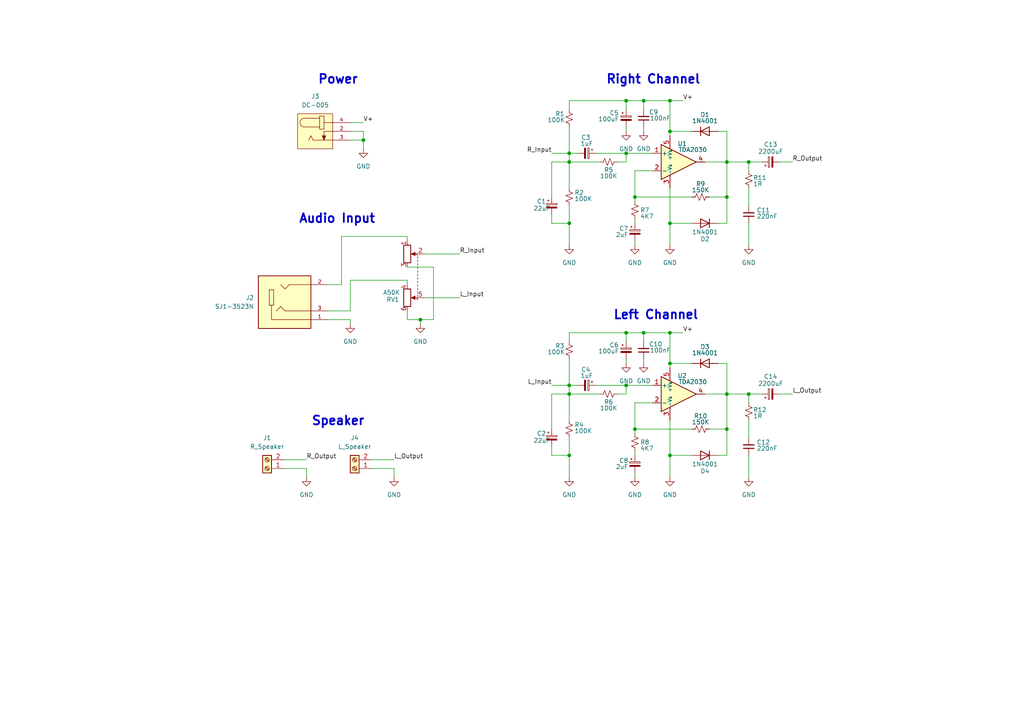
<source format=kicad_sch>
(kicad_sch (version 20231120) (generator "eeschema") (generator_version "8.0")
  (paper "A4")
  (title_block (title "Amplificador Stereo con TDA2030") (date "2024-09-10") (rev "V1.0") (company "Decima Enrique Emanuel"))
  (lib_symbols
    (symbol "Amplifier_Audio:TDA2030" (pin_names (offset 0.127))
      (property "Reference" "U" (at 3.81 6.35 0))
      (property "Value" "TDA2030" (at 3.81 3.81 0))
      (symbol "TDA2030_0_1"
        (polyline (pts (xy -5.08 5.08) (xy 5.08 0) (xy -5.08 -5.08) (xy -5.08 5.08)) (stroke (width 0.254)) (fill (type background)))
      )
      (symbol "TDA2030_1_1"
        (pin input line (at -7.62 2.54 0) (length 2.54) (name "+") (number "1"))
        (pin input line (at -7.62 -2.54 0) (length 2.54) (name "-") (number "2"))
        (pin power_in line (at -2.54 -7.62 90) (length 3.81) (name "-Vs") (number "3"))
        (pin output line (at 7.62 0 180) (length 2.54) (name "~") (number "4"))
        (pin power_in line (at -2.54 7.62 270) (length 3.81) (name "+Vs") (number "5"))
      )
    )
    (symbol "Connector:Screw_Terminal_01x02" (pin_names (offset 1.016) hide)
      (property "Reference" "J" (at 0 2.54 0))
      (property "Value" "Screw_Terminal_01x02" (at 0 -5.08 0))
      (symbol "Screw_Terminal_01x02_1_1"
        (rectangle (start -1.27 1.27) (end 1.27 -3.81) (stroke (width 0.254)) (fill (type background)))
        (circle (center 0 -2.54) (radius 0.635) (stroke (width 0.1524)))
        (polyline (pts (xy -0.5334 -2.2098) (xy 0.3302 -3.048)) (stroke (width 0.1524)))
        (polyline (pts (xy -0.5334 0.3302) (xy 0.3302 -0.508)) (stroke (width 0.1524)))
        (polyline (pts (xy -0.3556 -2.032) (xy 0.508 -2.8702)) (stroke (width 0.1524)))
        (polyline (pts (xy -0.3556 0.508) (xy 0.508 -0.3302)) (stroke (width 0.1524)))
        (circle (center 0 0) (radius 0.635) (stroke (width 0.1524)))
        (pin passive line (at -5.08 0 0) (length 3.81) (name "Pin_1") (number "1"))
        (pin passive line (at -5.08 -2.54 0) (length 3.81) (name "Pin_2") (number "2"))
      )
    )
    (symbol "DC-005:DC-005" (pin_names (offset 1.016))
      (property "Reference" "J" (at -5.0943 5.5976 0))
      (property "Value" "DC-005" (at -5.0995 -7.6398 0))
      (symbol "DC-005_0_0"
        (rectangle (start -5.08 -5.08) (end 5.08 5.08) (stroke (width 0.1524)) (fill (type background)))
        (arc (start -3.175 3.81) (mid -4.4394 2.54) (end -3.175 1.27) (stroke (width 0.1524)))
        (polyline (pts (xy -3.175 3.81) (xy 1.27 3.81)) (stroke (width 0.1524)))
        (polyline (pts (xy -1.27 -1.27) (xy -1.905 -2.54)) (stroke (width 0.1524)))
        (polyline (pts (xy -0.635 -2.54) (xy -1.27 -1.27)) (stroke (width 0.1524)))
        (polyline (pts (xy 1.27 0.635) (xy 2.54 0.635)) (stroke (width 0.1524)))
        (polyline (pts (xy 1.27 1.27) (xy -3.175 1.27)) (stroke (width 0.1524)))
        (polyline (pts (xy 1.27 1.27) (xy 1.27 0.635)) (stroke (width 0.1524)))
        (polyline (pts (xy 1.27 3.81) (xy 1.27 1.27)) (stroke (width 0.1524)))
        (polyline (pts (xy 1.27 4.445) (xy 1.27 3.81)) (stroke (width 0.1524)))
        (polyline (pts (xy 2.54 -2.54) (xy -0.635 -2.54)) (stroke (width 0.1524)))
        (polyline (pts (xy 2.54 -2.54) (xy 5.08 -2.54)) (stroke (width 0.1524)))
        (polyline (pts (xy 2.54 0) (xy 2.54 -2.54)) (stroke (width 0.1524)))
        (polyline (pts (xy 2.54 0) (xy 5.08 0)) (stroke (width 0.1524)))
        (polyline (pts (xy 2.54 0.635) (xy 2.54 2.54)) (stroke (width 0.1524)))
        (polyline (pts (xy 2.54 2.54) (xy 2.54 4.445)) (stroke (width 0.1524)))
        (polyline (pts (xy 2.54 2.54) (xy 5.08 2.54)) (stroke (width 0.1524)))
        (polyline (pts (xy 2.54 4.445) (xy 1.27 4.445)) (stroke (width 0.1524)))
        (polyline (pts (xy 2.54 -2.54) (xy 2.032 -1.27) (xy 3.048 -1.27) (xy 2.54 -2.54)) (stroke (width 0.1524)) (fill (type outline)))
        (pin passive line (at 10.16 0 180) (length 5.08) (name "~") (number "2"))
        (pin passive line (at 10.16 -2.54 180) (length 5.08) (name "~") (number "3"))
        (pin passive line (at 10.16 2.54 180) (length 5.08) (name "~") (number "4"))
      )
    )
    (symbol "Device:C_Polarized_Small" (pin_numbers hide) (pin_names (offset 0.254) hide)
      (property "Reference" "C" (at 0.254 1.778 0))
      (property "Value" "C_Polarized_Small" (at 0.254 -2.032 0))
      (symbol "C_Polarized_Small_0_1"
        (rectangle (start -1.524 -0.3048) (end 1.524 -0.6858) (fill (type outline)))
        (rectangle (start -1.524 0.6858) (end 1.524 0.3048))
        (polyline (pts (xy -1.27 1.524) (xy -0.762 1.524)))
        (polyline (pts (xy -1.016 1.27) (xy -1.016 1.778)))
      )
      (symbol "C_Polarized_Small_1_1"
        (pin passive line (at 0 2.54 270) (length 1.8542) (name "~") (number "1"))
        (pin passive line (at 0 -2.54 90) (length 1.8542) (name "~") (number "2"))
      )
    )
    (symbol "Device:C_Small" (pin_numbers hide) (pin_names (offset 0.254) hide)
      (property "Reference" "C" (at 0.254 1.778 0))
      (property "Value" "C_Small" (at 0.254 -2.032 0))
      (symbol "C_Small_0_1"
        (polyline (pts (xy -1.524 -0.508) (xy 1.524 -0.508)) (stroke (width 0.3302)))
        (polyline (pts (xy -1.524 0.508) (xy 1.524 0.508)) (stroke (width 0.3048)))
      )
      (symbol "C_Small_1_1"
        (pin passive line (at 0 2.54 270) (length 2.032) (name "~") (number "1"))
        (pin passive line (at 0 -2.54 90) (length 2.032) (name "~") (number "2"))
      )
    )
    (symbol "Device:R_Potentiometer_Dual" (pin_names (offset 1.016) hide)
      (property "Reference" "RV" (at 0 3.81 0))
      (property "Value" "R_Potentiometer_Dual" (at 0 1.905 0))
      (symbol "R_Potentiometer_Dual_0_1"
        (rectangle (start -8.89 -1.524) (end -3.81 -3.556) (stroke (width 0.254)))
        (polyline (pts (xy -6.35 0) (xy -6.35 -1.016)))
        (polyline (pts (xy -6.35 0) (xy -6.35 -1.016)))
        (polyline (pts (xy -6.35 0) (xy -5.842 0.508)))
        (polyline (pts (xy -5.588 0.508) (xy -5.08 0.508)))
        (polyline (pts (xy -4.572 0.508) (xy -4.064 0.508)))
        (polyline (pts (xy -3.556 0.508) (xy -3.048 0.508)))
        (polyline (pts (xy -2.54 0.508) (xy -2.032 0.508)))
        (polyline (pts (xy -1.524 0.508) (xy -1.016 0.508)))
        (polyline (pts (xy -0.508 0.508) (xy 0 0.508)))
        (polyline (pts (xy 0.508 0.508) (xy 1.016 0.508)))
        (polyline (pts (xy 1.524 0.508) (xy 2.032 0.508)))
        (polyline (pts (xy 2.54 0.508) (xy 3.048 0.508)))
        (polyline (pts (xy 3.556 0.508) (xy 4.064 0.508)))
        (polyline (pts (xy 4.572 0.508) (xy 5.08 0.508)))
        (polyline (pts (xy 5.588 0.508) (xy 6.096 0.508)))
        (polyline (pts (xy 6.35 0) (xy 6.35 -1.016)))
        (polyline (pts (xy 6.35 0) (xy 6.35 -1.016)))
        (polyline (pts (xy 6.604 0.508) (xy 6.858 0.508) (xy 6.35 0)))
        (polyline (pts (xy -6.35 -1.397) (xy -6.858 -0.254) (xy -5.842 -0.254) (xy -6.35 -1.397)) (fill (type outline)))
        (polyline (pts (xy 6.35 -1.397) (xy 5.842 -0.254) (xy 6.858 -0.254) (xy 6.35 -1.397)) (fill (type outline)))
        (rectangle (start 3.81 -1.524) (end 8.89 -3.556) (stroke (width 0.254)))
      )
      (symbol "R_Potentiometer_Dual_1_1"
        (pin passive line (at -10.16 -2.54 0) (length 1.27) (name "1") (number "1"))
        (pin passive line (at -6.35 2.54 270) (length 2.54) (name "2") (number "2"))
        (pin passive line (at -2.54 -2.54 180) (length 1.27) (name "3") (number "3"))
        (pin passive line (at 2.54 -2.54 0) (length 1.27) (name "4") (number "4"))
        (pin passive line (at 6.35 2.54 270) (length 2.54) (name "5") (number "5"))
        (pin passive line (at 10.16 -2.54 180) (length 1.27) (name "6") (number "6"))
      )
    )
    (symbol "Device:R_Small_US" (pin_numbers hide) (pin_names (offset 0.254) hide)
      (property "Reference" "R" (at 0.762 0.508 0))
      (property "Value" "R_Small_US" (at 0.762 -1.016 0))
      (symbol "R_Small_US_1_1"
        (polyline (pts (xy 0 0) (xy 1.016 -0.381) (xy 0 -0.762) (xy -1.016 -1.143) (xy 0 -1.524)))
        (polyline (pts (xy 0 1.524) (xy 1.016 1.143) (xy 0 0.762) (xy -1.016 0.381) (xy 0 0)))
        (pin passive line (at 0 2.54 270) (length 1.016) (name "~") (number "1"))
        (pin passive line (at 0 -2.54 90) (length 1.016) (name "~") (number "2"))
      )
    )
    (symbol "Diode:1N4001" (pin_numbers hide) (pin_names hide)
      (property "Reference" "D" (at 0 2.54 0))
      (property "Value" "1N4001" (at 0 -2.54 0))
      (symbol "1N4001_0_1"
        (polyline (pts (xy -1.27 1.27) (xy -1.27 -1.27)) (stroke (width 0.254)))
        (polyline (pts (xy 1.27 0) (xy -1.27 0)))
        (polyline (pts (xy 1.27 1.27) (xy 1.27 -1.27) (xy -1.27 0) (xy 1.27 1.27)) (stroke (width 0.254)))
      )
      (symbol "1N4001_1_1"
        (pin passive line (at -3.81 0 0) (length 2.54) (name "K") (number "1"))
        (pin passive line (at 3.81 0 180) (length 2.54) (name "A") (number "2"))
      )
    )
    (symbol "SJ1-3523N:SJ1-3523N" (pin_names (offset 1.016))
      (property "Reference" "J1" (at -8.89 -1.2701 0))
      (property "Value" "SJ1-3523N" (at -8.89 1.2699 0))
      (symbol "SJ1-3523N_0_0"
        (rectangle (start -7.62 7.62) (end 7.62 -7.62) (stroke (width 0.254)) (fill (type background)))
        (polyline (pts (xy -4.445 -3.556) (xy -4.445 0.889)) (stroke (width 0.1524)))
        (polyline (pts (xy -4.445 0.889) (xy -3.81 0.889)) (stroke (width 0.1524)))
        (polyline (pts (xy -3.81 0.889) (xy -3.175 0.889)) (stroke (width 0.1524)))
        (polyline (pts (xy -3.81 5.08) (xy -3.81 0.889)) (stroke (width 0.1524)))
        (polyline (pts (xy -3.175 -3.556) (xy -4.445 -3.556)) (stroke (width 0.1524)))
        (polyline (pts (xy -3.175 0.889) (xy -3.175 -3.556)) (stroke (width 0.1524)))
        (polyline (pts (xy -1.143 1.27) (xy -2.413 2.54)) (stroke (width 0.1524)))
        (polyline (pts (xy 0.127 -3.81) (xy -1.143 -5.08)) (stroke (width 0.1524)))
        (polyline (pts (xy 0.127 2.54) (xy -1.143 1.27)) (stroke (width 0.1524)))
        (polyline (pts (xy 1.397 -5.08) (xy 0.127 -3.81)) (stroke (width 0.1524)))
        (polyline (pts (xy 7.62 -5.08) (xy 1.397 -5.08)) (stroke (width 0.1524)))
        (polyline (pts (xy 7.62 2.54) (xy 0.127 2.54)) (stroke (width 0.1524)))
        (polyline (pts (xy 7.62 5.08) (xy -3.81 5.08)) (stroke (width 0.1524)))
        (pin passive line (at 12.7 5.08 180) (length 5.08) (name "~") (number "1"))
        (pin passive line (at 12.7 -5.08 180) (length 5.08) (name "~") (number "2"))
        (pin passive line (at 12.7 2.54 180) (length 5.08) (name "~") (number "3"))
      )
    )
    (symbol "power:GND" (power) (pin_numbers hide) (pin_names (offset 0) hide)
      (property "Value" "GND" (at 0 -3.81 0))
      (symbol "GND_0_1"
        (polyline (pts (xy 0 0) (xy 0 -1.27) (xy 1.27 -1.27) (xy 0 -2.54) (xy -1.27 -1.27) (xy 0 -1.27)))
      )
      (symbol "GND_1_1"
        (pin power_in line (at 0 0 270) (length 0) (name "~") (number "1"))
      )
    )
  )
  (junction (at 210.82 57.15))
  (junction (at 194.31 29.21))
  (junction (at 210.82 46.99))
  (junction (at 194.31 132.08))
  (junction (at 210.82 114.3))
  (junction (at 165.1 114.3))
  (junction (at 194.31 64.77))
  (junction (at 186.69 29.21))
  (junction (at 194.31 96.52))
  (junction (at 194.31 38.1))
  (junction (at 165.1 64.77))
  (junction (at 181.61 111.76))
  (junction (at 181.61 29.21))
  (junction (at 217.17 114.3))
  (junction (at 217.17 46.99))
  (junction (at 194.31 105.41))
  (junction (at 121.92 92.71))
  (junction (at 181.61 44.45))
  (junction (at 165.1 111.76))
  (junction (at 105.41 40.64))
  (junction (at 186.69 96.52))
  (junction (at 184.15 57.15))
  (junction (at 165.1 132.08))
  (junction (at 181.61 96.52))
  (junction (at 165.1 44.45))
  (junction (at 165.1 46.99))
  (junction (at 184.15 124.46))
  (junction (at 210.82 124.46))
  (wire (pts (xy 181.61 46.99) (xy 181.61 44.45)))
  (wire (pts (xy 184.15 57.15) (xy 200.66 57.15)))
  (wire (pts (xy 181.61 29.21) (xy 181.61 31.75)))
  (wire (pts (xy 204.47 114.3) (xy 210.82 114.3)))
  (wire (pts (xy 194.31 64.77) (xy 194.31 71.12)))
  (wire (pts (xy 186.69 96.52) (xy 194.31 96.52)))
  (wire (pts (xy 99.06 68.58) (xy 118.11 68.58)))
  (wire (pts (xy 160.02 114.3) (xy 165.1 114.3)))
  (wire (pts (xy 184.15 69.85) (xy 184.15 71.12)))
  (wire (pts (xy 165.1 96.52) (xy 181.61 96.52)))
  (wire (pts (xy 184.15 57.15) (xy 184.15 58.42)))
  (wire (pts (xy 210.82 114.3) (xy 210.82 124.46)))
  (wire (pts (xy 160.02 64.77) (xy 165.1 64.77)))
  (wire (pts (xy 107.95 133.35) (xy 114.3 133.35)))
  (wire (pts (xy 194.31 121.92) (xy 194.31 132.08)))
  (wire (pts (xy 165.1 64.77) (xy 165.1 71.12)))
  (wire (pts (xy 184.15 49.53) (xy 184.15 57.15)))
  (wire (pts (xy 95.25 92.71) (xy 101.6 92.71)))
  (wire (pts (xy 95.25 82.55) (xy 99.06 82.55)))
  (wire (pts (xy 210.82 38.1) (xy 208.28 38.1)))
  (wire (pts (xy 181.61 29.21) (xy 186.69 29.21)))
  (wire (pts (xy 186.69 96.52) (xy 186.69 99.06)))
  (wire (pts (xy 181.61 111.76) (xy 189.23 111.76)))
  (wire (pts (xy 186.69 104.14) (xy 186.69 105.41)))
  (wire (pts (xy 114.3 135.89) (xy 114.3 138.43)))
  (wire (pts (xy 165.1 36.83) (xy 165.1 44.45)))
  (wire (pts (xy 194.31 38.1) (xy 194.31 39.37)))
  (wire (pts (xy 101.6 40.64) (xy 105.41 40.64)))
  (wire (pts (xy 160.02 62.23) (xy 160.02 64.77)))
  (wire (pts (xy 165.1 44.45) (xy 167.64 44.45)))
  (wire (pts (xy 101.6 38.1) (xy 105.41 38.1)))
  (wire (pts (xy 125.73 77.47) (xy 125.73 92.71)))
  (wire (pts (xy 204.47 46.99) (xy 210.82 46.99)))
  (wire (pts (xy 118.11 68.58) (xy 118.11 69.85)))
  (wire (pts (xy 165.1 46.99) (xy 173.99 46.99)))
  (wire (pts (xy 101.6 92.71) (xy 101.6 93.98)))
  (wire (pts (xy 184.15 124.46) (xy 200.66 124.46)))
  (wire (pts (xy 210.82 124.46) (xy 210.82 132.08)))
  (wire (pts (xy 107.95 135.89) (xy 114.3 135.89)))
  (wire (pts (xy 165.1 114.3) (xy 165.1 111.76)))
  (wire (pts (xy 210.82 114.3) (xy 210.82 105.41)))
  (wire (pts (xy 165.1 59.69) (xy 165.1 64.77)))
  (wire (pts (xy 205.74 57.15) (xy 210.82 57.15)))
  (wire (pts (xy 118.11 77.47) (xy 125.73 77.47)))
  (wire (pts (xy 184.15 137.16) (xy 184.15 138.43)))
  (wire (pts (xy 179.07 114.3) (xy 181.61 114.3)))
  (wire (pts (xy 181.61 36.83) (xy 181.61 38.1)))
  (wire (pts (xy 217.17 54.61) (xy 217.17 59.69)))
  (wire (pts (xy 172.72 111.76) (xy 181.61 111.76)))
  (wire (pts (xy 118.11 81.28) (xy 101.6 81.28)))
  (wire (pts (xy 101.6 35.56) (xy 105.41 35.56)))
  (wire (pts (xy 194.31 105.41) (xy 194.31 106.68)))
  (wire (pts (xy 200.66 105.41) (xy 194.31 105.41)))
  (wire (pts (xy 208.28 64.77) (xy 210.82 64.77)))
  (wire (pts (xy 210.82 114.3) (xy 217.17 114.3)))
  (wire (pts (xy 172.72 44.45) (xy 181.61 44.45)))
  (wire (pts (xy 186.69 29.21) (xy 194.31 29.21)))
  (wire (pts (xy 186.69 36.83) (xy 186.69 38.1)))
  (wire (pts (xy 121.92 92.71) (xy 121.92 93.98)))
  (wire (pts (xy 217.17 132.08) (xy 217.17 138.43)))
  (wire (pts (xy 194.31 29.21) (xy 198.12 29.21)))
  (wire (pts (xy 165.1 132.08) (xy 165.1 138.43)))
  (wire (pts (xy 205.74 124.46) (xy 210.82 124.46)))
  (wire (pts (xy 99.06 68.58) (xy 99.06 82.55)))
  (wire (pts (xy 165.1 46.99) (xy 165.1 54.61)))
  (wire (pts (xy 208.28 132.08) (xy 210.82 132.08)))
  (wire (pts (xy 181.61 96.52) (xy 186.69 96.52)))
  (wire (pts (xy 165.1 31.75) (xy 165.1 29.21)))
  (wire (pts (xy 217.17 64.77) (xy 217.17 71.12)))
  (wire (pts (xy 123.19 86.36) (xy 133.35 86.36)))
  (wire (pts (xy 194.31 132.08) (xy 194.31 138.43)))
  (wire (pts (xy 165.1 104.14) (xy 165.1 111.76)))
  (wire (pts (xy 217.17 114.3) (xy 217.17 116.84)))
  (wire (pts (xy 184.15 116.84) (xy 189.23 116.84)))
  (wire (pts (xy 82.55 133.35) (xy 88.9 133.35)))
  (wire (pts (xy 184.15 124.46) (xy 184.15 125.73)))
  (wire (pts (xy 160.02 132.08) (xy 165.1 132.08)))
  (wire (pts (xy 181.61 104.14) (xy 181.61 105.41)))
  (wire (pts (xy 165.1 99.06) (xy 165.1 96.52)))
  (wire (pts (xy 165.1 114.3) (xy 173.99 114.3)))
  (wire (pts (xy 160.02 57.15) (xy 160.02 46.99)))
  (wire (pts (xy 210.82 46.99) (xy 217.17 46.99)))
  (wire (pts (xy 101.6 90.17) (xy 95.25 90.17)))
  (wire (pts (xy 200.66 38.1) (xy 194.31 38.1)))
  (wire (pts (xy 160.02 44.45) (xy 165.1 44.45)))
  (wire (pts (xy 121.92 92.71) (xy 118.11 92.71)))
  (wire (pts (xy 82.55 135.89) (xy 88.9 135.89)))
  (wire (pts (xy 165.1 46.99) (xy 165.1 44.45)))
  (wire (pts (xy 123.19 73.66) (xy 133.35 73.66)))
  (wire (pts (xy 105.41 38.1) (xy 105.41 40.64)))
  (wire (pts (xy 194.31 96.52) (xy 198.12 96.52)))
  (wire (pts (xy 101.6 81.28) (xy 101.6 90.17)))
  (wire (pts (xy 217.17 121.92) (xy 217.17 127)))
  (wire (pts (xy 181.61 114.3) (xy 181.61 111.76)))
  (wire (pts (xy 210.82 46.99) (xy 210.82 57.15)))
  (wire (pts (xy 194.31 54.61) (xy 194.31 64.77)))
  (wire (pts (xy 200.66 132.08) (xy 194.31 132.08)))
  (wire (pts (xy 210.82 57.15) (xy 210.82 64.77)))
  (wire (pts (xy 226.06 114.3) (xy 229.87 114.3)))
  (wire (pts (xy 217.17 46.99) (xy 220.98 46.99)))
  (wire (pts (xy 184.15 49.53) (xy 189.23 49.53)))
  (wire (pts (xy 165.1 111.76) (xy 167.64 111.76)))
  (wire (pts (xy 186.69 29.21) (xy 186.69 31.75)))
  (wire (pts (xy 118.11 82.55) (xy 118.11 81.28)))
  (wire (pts (xy 165.1 114.3) (xy 165.1 121.92)))
  (wire (pts (xy 184.15 132.08) (xy 184.15 130.81)))
  (wire (pts (xy 217.17 114.3) (xy 220.98 114.3)))
  (wire (pts (xy 160.02 111.76) (xy 165.1 111.76)))
  (wire (pts (xy 181.61 44.45) (xy 189.23 44.45)))
  (wire (pts (xy 88.9 135.89) (xy 88.9 138.43)))
  (wire (pts (xy 217.17 46.99) (xy 217.17 49.53)))
  (wire (pts (xy 210.82 46.99) (xy 210.82 38.1)))
  (wire (pts (xy 165.1 127) (xy 165.1 132.08)))
  (wire (pts (xy 210.82 105.41) (xy 208.28 105.41)))
  (wire (pts (xy 194.31 29.21) (xy 194.31 38.1)))
  (wire (pts (xy 160.02 46.99) (xy 165.1 46.99)))
  (wire (pts (xy 194.31 96.52) (xy 194.31 105.41)))
  (wire (pts (xy 125.73 92.71) (xy 121.92 92.71)))
  (wire (pts (xy 105.41 40.64) (xy 105.41 43.18)))
  (wire (pts (xy 160.02 124.46) (xy 160.02 114.3)))
  (wire (pts (xy 184.15 116.84) (xy 184.15 124.46)))
  (wire (pts (xy 200.66 64.77) (xy 194.31 64.77)))
  (wire (pts (xy 165.1 29.21) (xy 181.61 29.21)))
  (wire (pts (xy 179.07 46.99) (xy 181.61 46.99)))
  (wire (pts (xy 160.02 129.54) (xy 160.02 132.08)))
  (wire (pts (xy 226.06 46.99) (xy 229.87 46.99)))
  (wire (pts (xy 118.11 90.17) (xy 118.11 92.71)))
  (wire (pts (xy 184.15 64.77) (xy 184.15 63.5)))
  (wire (pts (xy 181.61 96.52) (xy 181.61 99.06)))
  (text "Right Channel" (at 189.484 23.114 0) (effects (font (size 2.54 2.54) (thickness 0.508) (bold yes))))
  (text "Power" (at 98.044 23.114 0) (effects (font (size 2.54 2.54) (thickness 0.508) (bold yes))))
  (text "Speaker" (at 105.918 122.174 0) (effects (font (size 2.54 2.54) (thickness 0.508) (bold yes)) (justify right)))
  (text "Left Channel" (at 190.246 91.44 0) (effects (font (size 2.54 2.54) (thickness 0.508) (bold yes))))
  (text "Audio Input" (at 97.79 63.5 0) (effects (font (size 2.54 2.54) (thickness 0.508) (bold yes))))
  (label "R_Output" (at 88.9 133.35 0))
  (label "L_Input" (at 133.35 86.36 0))
  (label "V+" (at 105.41 35.56 0))
  (label "R_Input" (at 160.02 44.45 180))
  (label "R_Output" (at 229.87 46.99 0))
  (label "L_Output" (at 114.3 133.35 0))
  (label "L_Input" (at 160.02 111.76 180))
  (label "V+" (at 198.12 96.52 0))
  (label "L_Output" (at 229.87 114.3 0))
  (label "R_Input" (at 133.35 73.66 0))
  (label "V+" (at 198.12 29.21 0))
  (symbol (lib_id "Diode:1N4001") (at 204.47 38.1 0) (unit 1)
    (property "Reference" "D1" (at 204.47 33.274 0))
    (property "Value" "1N4001" (at 204.47 35.052 0))
    (property "Footprint" "Diode_THT:D_DO-41_SOD81_P10.16mm_Horizontal" (effects (hide yes)))
    (property "Datasheet" "http://www.vishay.com/docs/88503/1n4001.pdf" (effects (hide yes)))
    (property "Description" "50V 1A General Purpose Rectifier Diode, DO-41" (effects (hide yes)))
    (property "Sim.Device" "D" (effects (hide yes)))
    (property "Sim.Pins" "1=K 2=A" (effects (hide yes)))
  )
  (symbol (lib_id "Device:C_Polarized_Small") (at 170.18 44.45 270) (unit 1)
    (property "Reference" "C3" (at 169.926 39.878 90))
    (property "Value" "1uF" (at 170.18 41.656 90))
    (property "Footprint" "Capacitor_THT:CP_Radial_D4.0mm_P2.00mm" (effects (hide yes)))
    (property "Description" "Polarized capacitor, small symbol" (effects (hide yes)))
  )
  (symbol (lib_id "Device:R_Small_US") (at 203.2 57.15 270) (unit 1)
    (property "Reference" "R9" (at 203.2 53.34 90))
    (property "Value" "150K" (at 203.2 55.118 90))
    (property "Footprint" "Resistor_THT:R_Axial_DIN0204_L3.6mm_D1.6mm_P5.08mm_Horizontal" (effects (hide yes)))
    (property "Description" "Resistor, small US symbol" (effects (hide yes)))
  )
  (symbol (lib_id "Device:R_Potentiometer_Dual") (at 120.65 80.01 270) (unit 1)
    (property "Reference" "RV1" (at 115.824 86.868 90) (effects (justify right)))
    (property "Value" "A50K" (at 116.078 84.836 90) (effects (justify right)))
    (property "Footprint" "Potentiometer_THT:Potentiometer_Alps_RK163_Dual_Horizontal" (effects (hide yes)))
    (property "Description" "Dual potentiometer" (effects (hide yes)))
  )
  (symbol (lib_id "power:GND") (at 165.1 71.12 0) (unit 1)
    (property "Reference" "#PWR06" (effects (hide yes)))
    (property "Value" "GND" (at 165.1 76.2 0))
    (property "Description" "Power symbol creates a global label with name \"GND\" , ground" (effects (hide yes)))
  )
  (symbol (lib_id "Device:R_Small_US") (at 165.1 34.29 180) (unit 1)
    (property "Reference" "R1" (at 161.036 33.02 0) (effects (justify right)))
    (property "Value" "100K" (at 158.75 34.798 0) (effects (justify right)))
    (property "Footprint" "Resistor_THT:R_Axial_DIN0204_L3.6mm_D1.6mm_P5.08mm_Horizontal" (effects (hide yes)))
    (property "Description" "Resistor, small US symbol" (effects (hide yes)))
  )
  (symbol (lib_id "power:GND") (at 184.15 71.12 0) (unit 1)
    (property "Reference" "#PWR010" (effects (hide yes)))
    (property "Value" "GND" (at 184.15 76.2 0))
    (property "Description" "Power symbol creates a global label with name \"GND\" , ground" (effects (hide yes)))
  )
  (symbol (lib_id "DC-005:DC-005") (at 91.44 38.1 0) (unit 1)
    (property "Reference" "J3" (at 91.44 27.94 0))
    (property "Value" "DC-005" (at 91.44 30.48 0))
    (property "Footprint" "DC-005 - Connector Alimentacion:NINIGI_DC-005" (effects (hide yes)))
    (property "MF" "Best Inc." (effects (hide yes)))
    (property "DESCRIPTION" "Conn Dc Power Jack 2.1mm" (effects (hide yes)))
    (property "PACKAGE" "None" (effects (hide yes)))
    (property "PRICE" "None" (effects (hide yes)))
    (property "Package" "DC Power Jack Best Inc." (effects (hide yes)))
    (property "Check_prices" "https://www.snapeda.com/parts/DC-005/Best+Inc./view-part/?ref=eda" (effects (hide yes)))
    (property "Price" "None" (effects (hide yes)))
    (property "SnapEDA_Link" "https://www.snapeda.com/parts/DC-005/Best+Inc./view-part/?ref=snap" (effects (hide yes)))
    (property "MP" "DC-005" (effects (hide yes)))
    (property "Availability" "Not in stock" (effects (hide yes)))
    (property "AVAILABILITY" "Unavailable" (effects (hide yes)))
    (property "Description_1" "\n6.4x14.2x9.0mm Power DC Receptacle\n" (effects (hide yes)))
  )
  (symbol (lib_id "Device:C_Polarized_Small") (at 223.52 46.99 90) (unit 1)
    (property "Reference" "C13" (at 223.52 41.91 90))
    (property "Value" "2200uF" (at 223.52 43.942 90))
    (property "Footprint" "Capacitor_THT:CP_Radial_D16.0mm_P7.50mm" (effects (hide yes)))
    (property "Description" "Polarized capacitor, small symbol" (effects (hide yes)))
  )
  (symbol (lib_id "Diode:1N4001") (at 204.47 64.77 180) (unit 1)
    (property "Reference" "D2" (at 204.47 69.342 0))
    (property "Value" "1N4001" (at 204.47 67.31 0))
    (property "Footprint" "Diode_THT:D_DO-41_SOD81_P10.16mm_Horizontal" (effects (hide yes)))
    (property "Datasheet" "http://www.vishay.com/docs/88503/1n4001.pdf" (effects (hide yes)))
    (property "Description" "50V 1A General Purpose Rectifier Diode, DO-41" (effects (hide yes)))
    (property "Sim.Device" "D" (effects (hide yes)))
    (property "Sim.Pins" "1=K 2=A" (effects (hide yes)))
  )
  (symbol (lib_id "Device:R_Small_US") (at 165.1 57.15 180) (unit 1)
    (property "Reference" "R2" (at 166.624 55.88 0) (effects (justify right)))
    (property "Value" "100K" (at 166.624 57.658 0) (effects (justify right)))
    (property "Footprint" "Resistor_THT:R_Axial_DIN0204_L3.6mm_D1.6mm_P5.08mm_Horizontal" (effects (hide yes)))
    (property "Description" "Resistor, small US symbol" (effects (hide yes)))
  )
  (symbol (lib_id "power:GND") (at 181.61 105.41 0) (unit 1)
    (property "Reference" "#PWR09" (effects (hide yes)))
    (property "Value" "GND" (at 181.61 110.49 0))
    (property "Description" "Power symbol creates a global label with name \"GND\" , ground" (effects (hide yes)))
  )
  (symbol (lib_id "power:GND") (at 165.1 138.43 0) (unit 1)
    (property "Reference" "#PWR07" (effects (hide yes)))
    (property "Value" "GND" (at 165.1 143.51 0))
    (property "Description" "Power symbol creates a global label with name \"GND\" , ground" (effects (hide yes)))
  )
  (symbol (lib_id "power:GND") (at 217.17 138.43 0) (unit 1)
    (property "Reference" "#PWR017" (effects (hide yes)))
    (property "Value" "GND" (at 217.17 143.51 0))
    (property "Description" "Power symbol creates a global label with name \"GND\" , ground" (effects (hide yes)))
  )
  (symbol (lib_id "power:GND") (at 105.41 43.18 0) (unit 1)
    (property "Reference" "#PWR03" (effects (hide yes)))
    (property "Value" "GND" (at 105.41 48.26 0))
    (property "Description" "Power symbol creates a global label with name \"GND\" , ground" (effects (hide yes)))
  )
  (symbol (lib_id "Device:C_Polarized_Small") (at 184.15 134.62 0) (unit 1)
    (property "Reference" "C8" (at 179.578 133.604 0) (effects (justify left)))
    (property "Value" "2uF" (at 178.562 135.382 0) (effects (justify left)))
    (property "Footprint" "Capacitor_THT:CP_Radial_D4.0mm_P2.00mm" (effects (hide yes)))
    (property "Description" "Polarized capacitor, small symbol" (effects (hide yes)))
  )
  (symbol (lib_id "power:GND") (at 186.69 105.41 0) (unit 1)
    (property "Reference" "#PWR013" (effects (hide yes)))
    (property "Value" "GND" (at 186.69 110.49 0))
    (property "Description" "Power symbol creates a global label with name \"GND\" , ground" (effects (hide yes)))
  )
  (symbol (lib_id "Amplifier_Audio:TDA2030") (at 196.85 114.3 0) (unit 1)
    (property "Reference" "U2" (at 197.866 108.966 0))
    (property "Value" "TDA2030" (at 200.914 110.744 0))
    (property "Footprint" "Package_TO_SOT_THT:TO-220-5_P3.4x3.7mm_StaggerOdd_Lead3.8mm_Vertical" (effects (hide yes)))
    (property "Datasheet" "http://www.st.com/resource/en/datasheet/cd00000128.pdf" (effects (hide yes)))
    (property "Description" "14W Hi-Fi Audio Amplifier, TO-220-5" (effects (hide yes)))
  )
  (symbol (lib_id "Device:C_Polarized_Small") (at 170.18 111.76 270) (unit 1)
    (property "Reference" "C4" (at 169.926 107.188 90))
    (property "Value" "1uF" (at 170.18 108.966 90))
    (property "Footprint" "Capacitor_THT:CP_Radial_D4.0mm_P2.00mm" (effects (hide yes)))
    (property "Description" "Polarized capacitor, small symbol" (effects (hide yes)))
  )
  (symbol (lib_id "Device:R_Small_US") (at 176.53 114.3 90) (unit 1)
    (property "Reference" "R6" (at 176.53 116.586 90))
    (property "Value" "100K" (at 176.53 118.364 90))
    (property "Footprint" "Resistor_THT:R_Axial_DIN0204_L3.6mm_D1.6mm_P5.08mm_Horizontal" (effects (hide yes)))
    (property "Description" "Resistor, small US symbol" (effects (hide yes)))
  )
  (symbol (lib_id "Device:C_Polarized_Small") (at 181.61 101.6 0) (unit 1)
    (property "Reference" "C6" (at 176.784 100.076 0) (effects (justify left)))
    (property "Value" "100uF" (at 173.482 101.854 0) (effects (justify left)))
    (property "Footprint" "Capacitor_THT:CP_Radial_D6.3mm_P2.50mm" (effects (hide yes)))
    (property "Description" "Polarized capacitor, small symbol" (effects (hide yes)))
  )
  (symbol (lib_id "Device:R_Small_US") (at 184.15 60.96 180) (unit 1)
    (property "Reference" "R7" (at 185.674 60.96 0) (effects (justify right)))
    (property "Value" "4K7" (at 185.674 62.738 0) (effects (justify right)))
    (property "Footprint" "Resistor_THT:R_Axial_DIN0204_L3.6mm_D1.6mm_P5.08mm_Horizontal" (effects (hide yes)))
    (property "Description" "Resistor, small US symbol" (effects (hide yes)))
  )
  (symbol (lib_id "Device:R_Small_US") (at 176.53 46.99 90) (unit 1)
    (property "Reference" "R5" (at 176.53 49.276 90))
    (property "Value" "100K" (at 176.53 51.054 90))
    (property "Footprint" "Resistor_THT:R_Axial_DIN0204_L3.6mm_D1.6mm_P5.08mm_Horizontal" (effects (hide yes)))
    (property "Description" "Resistor, small US symbol" (effects (hide yes)))
  )
  (symbol (lib_id "power:GND") (at 194.31 138.43 0) (unit 1)
    (property "Reference" "#PWR015" (effects (hide yes)))
    (property "Value" "GND" (at 194.31 143.51 0))
    (property "Description" "Power symbol creates a global label with name \"GND\" , ground" (effects (hide yes)))
  )
  (symbol (lib_id "Device:C_Small") (at 186.69 101.6 180) (unit 1)
    (property "Reference" "C10" (at 188.214 99.822 0) (effects (justify right)))
    (property "Value" "100nF" (at 188.468 101.6 0) (effects (justify right)))
    (property "Footprint" "Capacitor_THT:C_Disc_D3.0mm_W2.0mm_P2.50mm" (effects (hide yes)))
    (property "Description" "Unpolarized capacitor, small symbol" (effects (hide yes)))
  )
  (symbol (lib_id "power:GND") (at 217.17 71.12 0) (unit 1)
    (property "Reference" "#PWR016" (effects (hide yes)))
    (property "Value" "GND" (at 217.17 76.2 0))
    (property "Description" "Power symbol creates a global label with name \"GND\" , ground" (effects (hide yes)))
  )
  (symbol (lib_id "Diode:1N4001") (at 204.47 132.08 180) (unit 1)
    (property "Reference" "D4" (at 204.47 136.652 0))
    (property "Value" "1N4001" (at 204.47 134.62 0))
    (property "Footprint" "Diode_THT:D_DO-41_SOD81_P10.16mm_Horizontal" (effects (hide yes)))
    (property "Datasheet" "http://www.vishay.com/docs/88503/1n4001.pdf" (effects (hide yes)))
    (property "Description" "50V 1A General Purpose Rectifier Diode, DO-41" (effects (hide yes)))
    (property "Sim.Device" "D" (effects (hide yes)))
    (property "Sim.Pins" "1=K 2=A" (effects (hide yes)))
  )
  (symbol (lib_id "power:GND") (at 194.31 71.12 0) (unit 1)
    (property "Reference" "#PWR014" (effects (hide yes)))
    (property "Value" "GND" (at 194.31 76.2 0))
    (property "Description" "Power symbol creates a global label with name \"GND\" , ground" (effects (hide yes)))
  )
  (symbol (lib_id "Device:R_Small_US") (at 217.17 119.38 180) (unit 1)
    (property "Reference" "R12" (at 218.44 118.872 0) (effects (justify right)))
    (property "Value" "1R" (at 218.44 120.65 0) (effects (justify right)))
    (property "Footprint" "Resistor_THT:R_Axial_DIN0204_L3.6mm_D1.6mm_P5.08mm_Horizontal" (effects (hide yes)))
    (property "Description" "Resistor, small US symbol" (effects (hide yes)))
  )
  (symbol (lib_id "power:GND") (at 101.6 93.98 0) (unit 1)
    (property "Reference" "#PWR02" (effects (hide yes)))
    (property "Value" "GND" (at 101.6 99.06 0))
    (property "Description" "Power symbol creates a global label with name \"GND\" , ground" (effects (hide yes)))
  )
  (symbol (lib_id "Device:R_Small_US") (at 217.17 52.07 180) (unit 1)
    (property "Reference" "R11" (at 218.44 51.562 0) (effects (justify right)))
    (property "Value" "1R" (at 218.44 53.34 0) (effects (justify right)))
    (property "Footprint" "Resistor_THT:R_Axial_DIN0204_L3.6mm_D1.6mm_P5.08mm_Horizontal" (effects (hide yes)))
    (property "Description" "Resistor, small US symbol" (effects (hide yes)))
  )
  (symbol (lib_id "power:GND") (at 186.69 38.1 0) (unit 1)
    (property "Reference" "#PWR012" (effects (hide yes)))
    (property "Value" "GND" (at 186.69 43.18 0))
    (property "Description" "Power symbol creates a global label with name \"GND\" , ground" (effects (hide yes)))
  )
  (symbol (lib_id "SJ1-3523N:SJ1-3523N") (at 82.55 87.63 0) (mirror x) (unit 1)
    (property "Reference" "J2" (at 73.66 86.3599 0) (effects (justify right)))
    (property "Value" "SJ1-3523N" (at 73.66 88.8999 0) (effects (justify right)))
    (property "Footprint" "SJ1-3523N:CUI_SJ1-3523N" (effects (hide yes)))
    (property "MF" "CUI Devices" (effects (hide yes)))
    (property "MAXIMUM_PACKAGE_HEIGHT" "6.25 mm" (effects (hide yes)))
    (property "Package" "None" (effects (hide yes)))
    (property "Price" "None" (effects (hide yes)))
    (property "STANDARD" "Manufacturer Recommendations" (effects (hide yes)))
    (property "PARTREV" "1.05" (effects (hide yes)))
    (property "MP" "SJ1-3523N" (effects (hide yes)))
    (property "Availability" "In Stock" (effects (hide yes)))
    (property "MANUFACTURER" "CUI Devices" (effects (hide yes)))
  )
  (symbol (lib_id "Device:C_Small") (at 217.17 129.54 180) (unit 1)
    (property "Reference" "C12" (at 219.456 128.27 0) (effects (justify right)))
    (property "Value" "220nF" (at 219.456 130.048 0) (effects (justify right)))
    (property "Footprint" "Capacitor_THT:C_Disc_D3.0mm_W2.0mm_P2.50mm" (effects (hide yes)))
    (property "Description" "Unpolarized capacitor, small symbol" (effects (hide yes)))
  )
  (symbol (lib_id "Device:C_Polarized_Small") (at 184.15 67.31 0) (unit 1)
    (property "Reference" "C7" (at 179.578 66.294 0) (effects (justify left)))
    (property "Value" "2uF" (at 178.562 68.072 0) (effects (justify left)))
    (property "Footprint" "Capacitor_THT:CP_Radial_D4.0mm_P2.00mm" (effects (hide yes)))
    (property "Description" "Polarized capacitor, small symbol" (effects (hide yes)))
  )
  (symbol (lib_id "Device:C_Polarized_Small") (at 160.02 127 0) (unit 1)
    (property "Reference" "C2" (at 155.702 125.73 0) (effects (justify left)))
    (property "Value" "22uF" (at 154.686 127.762 0) (effects (justify left)))
    (property "Footprint" "Capacitor_THT:CP_Radial_D6.3mm_P2.50mm" (effects (hide yes)))
    (property "Description" "Polarized capacitor, small symbol" (effects (hide yes)))
  )
  (symbol (lib_id "Device:R_Small_US") (at 184.15 128.27 180) (unit 1)
    (property "Reference" "R8" (at 185.674 128.27 0) (effects (justify right)))
    (property "Value" "4K7" (at 185.674 130.048 0) (effects (justify right)))
    (property "Footprint" "Resistor_THT:R_Axial_DIN0204_L3.6mm_D1.6mm_P5.08mm_Horizontal" (effects (hide yes)))
    (property "Description" "Resistor, small US symbol" (effects (hide yes)))
  )
  (symbol (lib_id "power:GND") (at 114.3 138.43 0) (mirror y) (unit 1)
    (property "Reference" "#PWR04" (effects (hide yes)))
    (property "Value" "GND" (at 114.3 143.51 0))
    (property "Description" "Power symbol creates a global label with name \"GND\" , ground" (effects (hide yes)))
  )
  (symbol (lib_id "power:GND") (at 181.61 38.1 0) (unit 1)
    (property "Reference" "#PWR08" (effects (hide yes)))
    (property "Value" "GND" (at 181.61 43.18 0))
    (property "Description" "Power symbol creates a global label with name \"GND\" , ground" (effects (hide yes)))
  )
  (symbol (lib_id "Device:C_Small") (at 217.17 62.23 180) (unit 1)
    (property "Reference" "C11" (at 219.456 60.96 0) (effects (justify right)))
    (property "Value" "220nF" (at 219.456 62.738 0) (effects (justify right)))
    (property "Footprint" "Capacitor_THT:C_Disc_D3.0mm_W2.0mm_P2.50mm" (effects (hide yes)))
    (property "Description" "Unpolarized capacitor, small symbol" (effects (hide yes)))
  )
  (symbol (lib_id "Connector:Screw_Terminal_01x02") (at 77.47 135.89 180) (unit 1)
    (property "Reference" "J1" (at 77.47 127 0))
    (property "Value" "R_Speaker" (at 77.47 129.54 0))
    (property "Footprint" "TerminalBlock_Phoenix:TerminalBlock_Phoenix_MKDS-1,5-2-5.08_1x02_P5.08mm_Horizontal" (effects (hide yes)))
    (property "Description" "Generic screw terminal, single row, 01x02, script generated (kicad-library-utils/schlib/autogen/connector/)" (effects (hide yes)))
  )
  (symbol (lib_id "Device:C_Polarized_Small") (at 181.61 34.29 0) (unit 1)
    (property "Reference" "C5" (at 176.784 32.766 0) (effects (justify left)))
    (property "Value" "100uF" (at 173.482 34.544 0) (effects (justify left)))
    (property "Footprint" "Capacitor_THT:CP_Radial_D6.3mm_P2.50mm" (effects (hide yes)))
    (property "Description" "Polarized capacitor, small symbol" (effects (hide yes)))
  )
  (symbol (lib_id "power:GND") (at 88.9 138.43 0) (mirror y) (unit 1)
    (property "Reference" "#PWR01" (effects (hide yes)))
    (property "Value" "GND" (at 88.9 143.51 0))
    (property "Description" "Power symbol creates a global label with name \"GND\" , ground" (effects (hide yes)))
  )
  (symbol (lib_id "Diode:1N4001") (at 204.47 105.41 0) (unit 1)
    (property "Reference" "D3" (at 204.47 100.584 0))
    (property "Value" "1N4001" (at 204.47 102.362 0))
    (property "Footprint" "Diode_THT:D_DO-41_SOD81_P10.16mm_Horizontal" (effects (hide yes)))
    (property "Datasheet" "http://www.vishay.com/docs/88503/1n4001.pdf" (effects (hide yes)))
    (property "Description" "50V 1A General Purpose Rectifier Diode, DO-41" (effects (hide yes)))
    (property "Sim.Device" "D" (effects (hide yes)))
    (property "Sim.Pins" "1=K 2=A" (effects (hide yes)))
  )
  (symbol (lib_id "Amplifier_Audio:TDA2030") (at 196.85 46.99 0) (unit 1)
    (property "Reference" "U1" (at 197.866 41.656 0))
    (property "Value" "TDA2030" (at 200.914 43.434 0))
    (property "Footprint" "Package_TO_SOT_THT:TO-220-5_P3.4x3.7mm_StaggerOdd_Lead3.8mm_Vertical" (effects (hide yes)))
    (property "Datasheet" "http://www.st.com/resource/en/datasheet/cd00000128.pdf" (effects (hide yes)))
    (property "Description" "14W Hi-Fi Audio Amplifier, TO-220-5" (effects (hide yes)))
  )
  (symbol (lib_id "Connector:Screw_Terminal_01x02") (at 102.87 135.89 180) (unit 1)
    (property "Reference" "J4" (at 102.87 127 0))
    (property "Value" "L_Speaker" (at 102.87 129.54 0))
    (property "Footprint" "TerminalBlock_Phoenix:TerminalBlock_Phoenix_MKDS-1,5-2-5.08_1x02_P5.08mm_Horizontal" (effects (hide yes)))
    (property "Description" "Generic screw terminal, single row, 01x02, script generated (kicad-library-utils/schlib/autogen/connector/)" (effects (hide yes)))
  )
  (symbol (lib_id "Device:C_Small") (at 186.69 34.29 180) (unit 1)
    (property "Reference" "C9" (at 188.214 32.512 0) (effects (justify right)))
    (property "Value" "100nF" (at 188.468 34.29 0) (effects (justify right)))
    (property "Footprint" "Capacitor_THT:C_Disc_D3.0mm_W2.0mm_P2.50mm" (effects (hide yes)))
    (property "Description" "Unpolarized capacitor, small symbol" (effects (hide yes)))
  )
  (symbol (lib_id "Device:C_Polarized_Small") (at 223.52 114.3 90) (unit 1)
    (property "Reference" "C14" (at 223.52 109.22 90))
    (property "Value" "2200uF" (at 223.52 111.252 90))
    (property "Footprint" "Capacitor_THT:CP_Radial_D16.0mm_P7.50mm" (effects (hide yes)))
    (property "Description" "Polarized capacitor, small symbol" (effects (hide yes)))
  )
  (symbol (lib_id "Device:R_Small_US") (at 165.1 101.6 180) (unit 1)
    (property "Reference" "R3" (at 161.036 100.33 0) (effects (justify right)))
    (property "Value" "100K" (at 158.75 102.108 0) (effects (justify right)))
    (property "Footprint" "Resistor_THT:R_Axial_DIN0204_L3.6mm_D1.6mm_P5.08mm_Horizontal" (effects (hide yes)))
    (property "Description" "Resistor, small US symbol" (effects (hide yes)))
  )
  (symbol (lib_id "power:GND") (at 121.92 93.98 0) (unit 1)
    (property "Reference" "#PWR05" (effects (hide yes)))
    (property "Value" "GND" (at 121.92 99.06 0))
    (property "Description" "Power symbol creates a global label with name \"GND\" , ground" (effects (hide yes)))
  )
  (symbol (lib_id "Device:C_Polarized_Small") (at 160.02 59.69 0) (unit 1)
    (property "Reference" "C1" (at 155.702 58.42 0) (effects (justify left)))
    (property "Value" "22uF" (at 154.686 60.452 0) (effects (justify left)))
    (property "Footprint" "Capacitor_THT:CP_Radial_D6.3mm_P2.50mm" (effects (hide yes)))
    (property "Description" "Polarized capacitor, small symbol" (effects (hide yes)))
  )
  (symbol (lib_id "power:GND") (at 184.15 138.43 0) (unit 1)
    (property "Reference" "#PWR011" (effects (hide yes)))
    (property "Value" "GND" (at 184.15 143.51 0))
    (property "Description" "Power symbol creates a global label with name \"GND\" , ground" (effects (hide yes)))
  )
  (symbol (lib_id "Device:R_Small_US") (at 203.2 124.46 270) (unit 1)
    (property "Reference" "R10" (at 203.2 120.65 90))
    (property "Value" "150K" (at 203.2 122.428 90))
    (property "Footprint" "Resistor_THT:R_Axial_DIN0204_L3.6mm_D1.6mm_P5.08mm_Horizontal" (effects (hide yes)))
    (property "Description" "Resistor, small US symbol" (effects (hide yes)))
  )
  (symbol (lib_id "Device:R_Small_US") (at 165.1 124.46 180) (unit 1)
    (property "Reference" "R4" (at 166.624 123.19 0) (effects (justify right)))
    (property "Value" "100K" (at 166.624 124.968 0) (effects (justify right)))
    (property "Footprint" "Resistor_THT:R_Axial_DIN0204_L3.6mm_D1.6mm_P5.08mm_Horizontal" (effects (hide yes)))
    (property "Description" "Resistor, small US symbol" (effects (hide yes)))
  )
)
</source>
